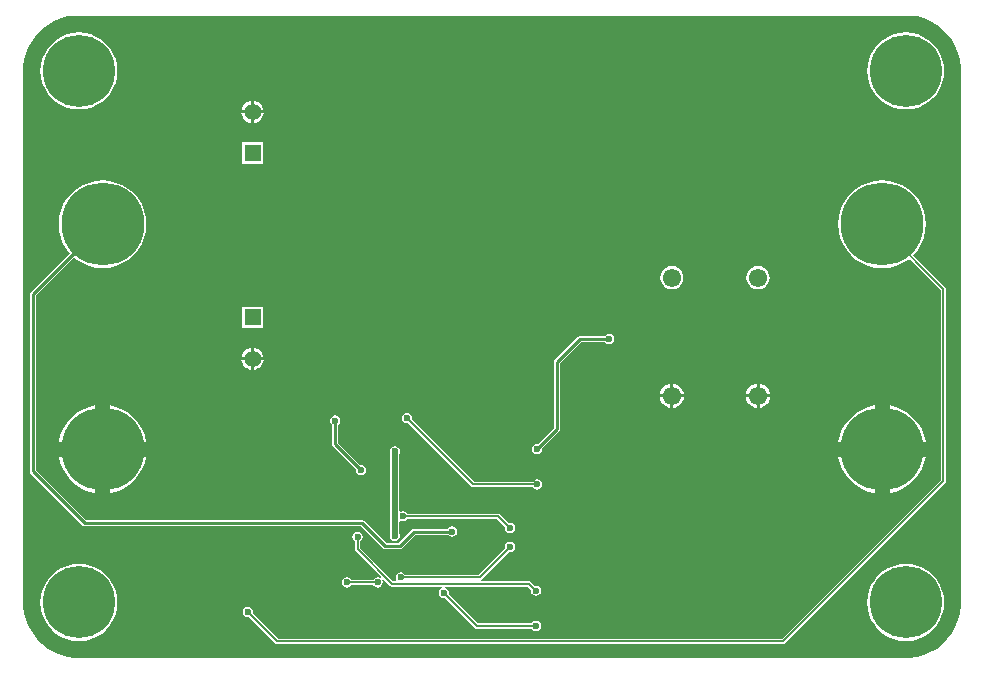
<source format=gbl>
G04*
G04 #@! TF.GenerationSoftware,Altium Limited,Altium Designer,18.1.9 (240)*
G04*
G04 Layer_Physical_Order=2*
G04 Layer_Color=16711680*
%FSLAX25Y25*%
%MOIN*%
G70*
G01*
G75*
%ADD10C,0.00787*%
%ADD14C,0.00984*%
%ADD63C,0.01968*%
%ADD66C,0.24016*%
%ADD67R,0.05512X0.05512*%
%ADD68C,0.05512*%
%ADD69C,0.06102*%
%ADD70C,0.02362*%
%ADD71C,0.01575*%
%ADD72C,0.27559*%
G36*
X298889Y215015D02*
X301229Y214388D01*
X303467Y213461D01*
X305565Y212250D01*
X307487Y210775D01*
X309200Y209062D01*
X310675Y207140D01*
X311886Y205042D01*
X312813Y202804D01*
X313440Y200464D01*
X313756Y198062D01*
Y196850D01*
Y19685D01*
Y18474D01*
X313440Y16072D01*
X312813Y13732D01*
X311886Y11494D01*
X310675Y9396D01*
X309200Y7474D01*
X307487Y5761D01*
X305565Y4286D01*
X303467Y3074D01*
X301229Y2147D01*
X298889Y1520D01*
X296487Y1204D01*
X18474D01*
X16072Y1520D01*
X13732Y2147D01*
X11494Y3074D01*
X9396Y4286D01*
X7474Y5761D01*
X5761Y7474D01*
X4286Y9396D01*
X3074Y11494D01*
X2147Y13732D01*
X1520Y16072D01*
X1204Y18474D01*
Y19685D01*
Y196850D01*
Y198062D01*
X1520Y200464D01*
X2147Y202804D01*
X3074Y205042D01*
X4286Y207140D01*
X5761Y209062D01*
X7474Y210775D01*
X9396Y212250D01*
X11494Y213461D01*
X13732Y214388D01*
X16072Y215015D01*
X18474Y215331D01*
X296487D01*
X298889Y215015D01*
D02*
G37*
%LPC*%
G36*
X295276Y209685D02*
X293268Y209527D01*
X291309Y209057D01*
X289449Y208286D01*
X287732Y207234D01*
X286200Y205926D01*
X284892Y204395D01*
X283840Y202677D01*
X283069Y200817D01*
X282599Y198858D01*
X282441Y196850D01*
X282599Y194843D01*
X283069Y192884D01*
X283840Y191024D01*
X284892Y189306D01*
X286200Y187775D01*
X287732Y186467D01*
X289449Y185415D01*
X291309Y184644D01*
X293268Y184174D01*
X295276Y184016D01*
X297283Y184174D01*
X299242Y184644D01*
X301102Y185415D01*
X302820Y186467D01*
X304351Y187775D01*
X305659Y189306D01*
X306712Y191024D01*
X307482Y192884D01*
X307952Y194843D01*
X308110Y196850D01*
X307952Y198858D01*
X307482Y200817D01*
X306712Y202677D01*
X305659Y204395D01*
X304351Y205926D01*
X302820Y207234D01*
X301102Y208286D01*
X299242Y209057D01*
X297283Y209527D01*
X295276Y209685D01*
D02*
G37*
G36*
X19685D02*
X17677Y209527D01*
X15719Y209057D01*
X13858Y208286D01*
X12141Y207234D01*
X10609Y205926D01*
X9301Y204395D01*
X8249Y202677D01*
X7478Y200817D01*
X7008Y198858D01*
X6850Y196850D01*
X7008Y194843D01*
X7478Y192884D01*
X8249Y191024D01*
X9301Y189306D01*
X10609Y187775D01*
X12141Y186467D01*
X13858Y185415D01*
X15719Y184644D01*
X17677Y184174D01*
X19685Y184016D01*
X21693Y184174D01*
X23651Y184644D01*
X25512Y185415D01*
X27229Y186467D01*
X28761Y187775D01*
X30069Y189306D01*
X31121Y191024D01*
X31892Y192884D01*
X32362Y194843D01*
X32520Y196850D01*
X32362Y198858D01*
X31892Y200817D01*
X31121Y202677D01*
X30069Y204395D01*
X28761Y205926D01*
X27229Y207234D01*
X25512Y208286D01*
X23651Y209057D01*
X21693Y209527D01*
X19685Y209685D01*
D02*
G37*
G36*
X78059Y186990D02*
Y183768D01*
X81282D01*
X81218Y184248D01*
X80840Y185162D01*
X80238Y185947D01*
X79453Y186548D01*
X78540Y186927D01*
X78059Y186990D01*
D02*
G37*
G36*
X77059Y186990D02*
X76579Y186927D01*
X75665Y186548D01*
X74880Y185947D01*
X74278Y185162D01*
X73900Y184248D01*
X73837Y183768D01*
X77059D01*
Y186990D01*
D02*
G37*
G36*
Y182768D02*
X73837D01*
X73900Y182287D01*
X74278Y181374D01*
X74880Y180589D01*
X75665Y179987D01*
X76579Y179609D01*
X77059Y179545D01*
Y182768D01*
D02*
G37*
G36*
X81282D02*
X78059D01*
Y179545D01*
X78540Y179609D01*
X79453Y179987D01*
X80238Y180589D01*
X80840Y181374D01*
X81218Y182287D01*
X81282Y182768D01*
D02*
G37*
G36*
X81102Y173031D02*
X74016D01*
Y165945D01*
X81102D01*
Y173031D01*
D02*
G37*
G36*
X27559Y160380D02*
X25273Y160200D01*
X23044Y159664D01*
X20925Y158787D01*
X18970Y157589D01*
X17227Y156100D01*
X15738Y154356D01*
X14540Y152401D01*
X13662Y150283D01*
X13127Y148054D01*
X12947Y145768D01*
X13127Y143482D01*
X13662Y141252D01*
X14540Y139134D01*
X15738Y137179D01*
X16568Y136207D01*
X3615Y123255D01*
X3396Y122926D01*
X3319Y122539D01*
Y63386D01*
X3396Y62999D01*
X3615Y62670D01*
X20938Y45348D01*
X21266Y45128D01*
X21654Y45051D01*
X113754D01*
X120938Y37867D01*
X121266Y37648D01*
X121653Y37571D01*
X126772D01*
X127159Y37648D01*
X127487Y37867D01*
X131915Y42296D01*
X142749D01*
X142883Y42095D01*
X143439Y41723D01*
X144095Y41593D01*
X144750Y41723D01*
X145307Y42095D01*
X145678Y42651D01*
X145808Y43307D01*
X145678Y43963D01*
X145307Y44519D01*
X144750Y44891D01*
X144095Y45021D01*
X143439Y44891D01*
X142883Y44519D01*
X142749Y44319D01*
X131496D01*
X131109Y44242D01*
X130781Y44022D01*
X126353Y39594D01*
X122073D01*
X114889Y46778D01*
X114560Y46998D01*
X114173Y47074D01*
X22072D01*
X5342Y63805D01*
Y122120D01*
X17998Y134776D01*
X18970Y133946D01*
X20925Y132748D01*
X23044Y131871D01*
X25273Y131336D01*
X27559Y131156D01*
X29845Y131336D01*
X32074Y131871D01*
X34193Y132748D01*
X36148Y133946D01*
X37891Y135435D01*
X39380Y137179D01*
X40578Y139134D01*
X41456Y141252D01*
X41991Y143482D01*
X42171Y145768D01*
X41991Y148054D01*
X41456Y150283D01*
X40578Y152401D01*
X39380Y154356D01*
X37891Y156100D01*
X36148Y157589D01*
X34193Y158787D01*
X32074Y159664D01*
X29845Y160200D01*
X27559Y160380D01*
D02*
G37*
G36*
X246063Y131825D02*
X245061Y131693D01*
X244127Y131306D01*
X243325Y130691D01*
X242710Y129889D01*
X242323Y128955D01*
X242191Y127953D01*
X242323Y126951D01*
X242710Y126017D01*
X243325Y125215D01*
X244127Y124600D01*
X245061Y124213D01*
X246063Y124081D01*
X247065Y124213D01*
X247999Y124600D01*
X248801Y125215D01*
X249416Y126017D01*
X249803Y126951D01*
X249935Y127953D01*
X249803Y128955D01*
X249416Y129889D01*
X248801Y130691D01*
X247999Y131306D01*
X247065Y131693D01*
X246063Y131825D01*
D02*
G37*
G36*
X217323D02*
X216321Y131693D01*
X215387Y131306D01*
X214585Y130691D01*
X213970Y129889D01*
X213583Y128955D01*
X213451Y127953D01*
X213583Y126951D01*
X213970Y126017D01*
X214585Y125215D01*
X215387Y124600D01*
X216321Y124213D01*
X217323Y124081D01*
X218325Y124213D01*
X219259Y124600D01*
X220060Y125215D01*
X220676Y126017D01*
X221063Y126951D01*
X221195Y127953D01*
X221063Y128955D01*
X220676Y129889D01*
X220060Y130691D01*
X219259Y131306D01*
X218325Y131693D01*
X217323Y131825D01*
D02*
G37*
G36*
X81102Y118307D02*
X74016D01*
Y111221D01*
X81102D01*
Y118307D01*
D02*
G37*
G36*
X196457Y109194D02*
X195801Y109064D01*
X195245Y108692D01*
X195111Y108492D01*
X186614D01*
X186227Y108415D01*
X185899Y108196D01*
X178419Y100715D01*
X178199Y100387D01*
X178122Y100000D01*
Y77978D01*
X172677Y72533D01*
X172441Y72580D01*
X171785Y72450D01*
X171229Y72078D01*
X170857Y71522D01*
X170727Y70866D01*
X170857Y70210D01*
X171229Y69654D01*
X171785Y69283D01*
X172441Y69152D01*
X173097Y69283D01*
X173653Y69654D01*
X174024Y70210D01*
X174155Y70866D01*
X174108Y71103D01*
X179849Y76844D01*
X180068Y77172D01*
X180145Y77559D01*
Y99581D01*
X187033Y106469D01*
X195111D01*
X195245Y106268D01*
X195801Y105897D01*
X196457Y105766D01*
X197113Y105897D01*
X197669Y106268D01*
X198040Y106824D01*
X198171Y107480D01*
X198040Y108136D01*
X197669Y108692D01*
X197113Y109064D01*
X196457Y109194D01*
D02*
G37*
G36*
X78059Y104707D02*
Y101484D01*
X81282D01*
X81218Y101965D01*
X80840Y102878D01*
X80238Y103663D01*
X79453Y104265D01*
X78540Y104643D01*
X78059Y104707D01*
D02*
G37*
G36*
X77059D02*
X76579Y104643D01*
X75665Y104265D01*
X74880Y103663D01*
X74278Y102878D01*
X73900Y101965D01*
X73837Y101484D01*
X77059D01*
Y104707D01*
D02*
G37*
G36*
X81282Y100484D02*
X78059D01*
Y97262D01*
X78540Y97325D01*
X79453Y97703D01*
X80238Y98305D01*
X80840Y99090D01*
X81218Y100004D01*
X81282Y100484D01*
D02*
G37*
G36*
X77059D02*
X73837D01*
X73900Y100004D01*
X74278Y99090D01*
X74880Y98305D01*
X75665Y97703D01*
X76579Y97325D01*
X77059Y97262D01*
Y100484D01*
D02*
G37*
G36*
X246563Y92603D02*
Y89083D01*
X250083D01*
X250010Y89640D01*
X249602Y90626D01*
X248952Y91472D01*
X248106Y92121D01*
X247121Y92530D01*
X246563Y92603D01*
D02*
G37*
G36*
X217823D02*
Y89083D01*
X221343D01*
X221270Y89640D01*
X220862Y90626D01*
X220212Y91472D01*
X219366Y92121D01*
X218380Y92530D01*
X217823Y92603D01*
D02*
G37*
G36*
X245563Y92603D02*
X245005Y92530D01*
X244020Y92121D01*
X243174Y91472D01*
X242524Y90626D01*
X242116Y89640D01*
X242043Y89083D01*
X245563D01*
Y92603D01*
D02*
G37*
G36*
X216823D02*
X216265Y92530D01*
X215280Y92121D01*
X214434Y91472D01*
X213784Y90626D01*
X213376Y89640D01*
X213302Y89083D01*
X216823D01*
Y92603D01*
D02*
G37*
G36*
X221343Y88083D02*
X217823D01*
Y84562D01*
X218380Y84636D01*
X219366Y85044D01*
X220212Y85693D01*
X220862Y86540D01*
X221270Y87525D01*
X221343Y88083D01*
D02*
G37*
G36*
X250083D02*
X246563D01*
Y84562D01*
X247121Y84636D01*
X248106Y85044D01*
X248952Y85693D01*
X249602Y86540D01*
X250010Y87525D01*
X250083Y88083D01*
D02*
G37*
G36*
X245563D02*
X242043D01*
X242116Y87525D01*
X242524Y86540D01*
X243174Y85693D01*
X244020Y85044D01*
X245005Y84636D01*
X245563Y84562D01*
Y88083D01*
D02*
G37*
G36*
X216823D02*
X213302D01*
X213376Y87525D01*
X213784Y86540D01*
X214434Y85693D01*
X215280Y85044D01*
X216265Y84636D01*
X216823Y84562D01*
Y88083D01*
D02*
G37*
G36*
X289902Y85367D02*
Y73268D01*
X302001D01*
X301501Y75349D01*
X300611Y77498D01*
X299395Y79482D01*
X297885Y81251D01*
X296116Y82762D01*
X294132Y83977D01*
X291983Y84867D01*
X289902Y85367D01*
D02*
G37*
G36*
X284902D02*
X282820Y84867D01*
X280671Y83977D01*
X278688Y82762D01*
X276919Y81251D01*
X275408Y79482D01*
X274192Y77498D01*
X273302Y75349D01*
X272802Y73268D01*
X284902D01*
Y85367D01*
D02*
G37*
G36*
X30059D02*
Y73268D01*
X42158D01*
X41659Y75349D01*
X40768Y77498D01*
X39553Y79482D01*
X38042Y81251D01*
X36273Y82762D01*
X34290Y83977D01*
X32140Y84867D01*
X30059Y85367D01*
D02*
G37*
G36*
X25059D02*
X22978Y84867D01*
X20829Y83977D01*
X18845Y82762D01*
X17076Y81251D01*
X15565Y79482D01*
X14350Y77498D01*
X13459Y75349D01*
X12960Y73268D01*
X25059D01*
Y85367D01*
D02*
G37*
G36*
X105118Y82029D02*
X104462Y81898D01*
X103906Y81527D01*
X103534Y80971D01*
X103404Y80315D01*
X103534Y79659D01*
X103906Y79103D01*
X104106Y78969D01*
Y72441D01*
X104183Y72054D01*
X104403Y71726D01*
X112112Y64016D01*
X112065Y63779D01*
X112196Y63124D01*
X112567Y62568D01*
X113124Y62196D01*
X113779Y62066D01*
X114436Y62196D01*
X114991Y62568D01*
X115363Y63124D01*
X115494Y63779D01*
X115363Y64435D01*
X114991Y64991D01*
X114436Y65363D01*
X113779Y65494D01*
X113543Y65447D01*
X106130Y72860D01*
Y78969D01*
X106330Y79103D01*
X106702Y79659D01*
X106832Y80315D01*
X106702Y80971D01*
X106330Y81527D01*
X105774Y81898D01*
X105118Y82029D01*
D02*
G37*
G36*
X129134Y82816D02*
X128478Y82686D01*
X127922Y82314D01*
X127550Y81758D01*
X127420Y81102D01*
X127550Y80446D01*
X127922Y79890D01*
X128478Y79519D01*
X129134Y79388D01*
X129489Y79459D01*
X150537Y58411D01*
X150832Y58213D01*
X151181Y58144D01*
X171028D01*
X171229Y57843D01*
X171785Y57472D01*
X172441Y57341D01*
X173097Y57472D01*
X173653Y57843D01*
X174024Y58399D01*
X174155Y59055D01*
X174024Y59711D01*
X173653Y60267D01*
X173097Y60639D01*
X172441Y60769D01*
X171785Y60639D01*
X171229Y60267D01*
X171028Y59966D01*
X151558D01*
X130777Y80748D01*
X130848Y81102D01*
X130717Y81758D01*
X130346Y82314D01*
X129790Y82686D01*
X129134Y82816D01*
D02*
G37*
G36*
X302001Y68268D02*
X289902D01*
Y56168D01*
X291983Y56668D01*
X294132Y57558D01*
X296116Y58774D01*
X297885Y60285D01*
X299395Y62054D01*
X300611Y64037D01*
X301501Y66186D01*
X302001Y68268D01*
D02*
G37*
G36*
X284902D02*
X272802D01*
X273302Y66186D01*
X274192Y64037D01*
X275408Y62054D01*
X276919Y60285D01*
X278688Y58774D01*
X280671Y57558D01*
X282820Y56668D01*
X284902Y56168D01*
Y68268D01*
D02*
G37*
G36*
X42158D02*
X30059D01*
Y56168D01*
X32140Y56668D01*
X34290Y57558D01*
X36273Y58774D01*
X38042Y60285D01*
X39553Y62054D01*
X40768Y64037D01*
X41659Y66186D01*
X42158Y68268D01*
D02*
G37*
G36*
X25059D02*
X12960D01*
X13459Y66186D01*
X14350Y64037D01*
X15565Y62054D01*
X17076Y60285D01*
X18845Y58774D01*
X20829Y57558D01*
X22978Y56668D01*
X25059Y56168D01*
Y68268D01*
D02*
G37*
G36*
X125000Y71793D02*
X124344Y71662D01*
X123788Y71291D01*
X123416Y70735D01*
X123286Y70079D01*
X123416Y69423D01*
X123487Y69318D01*
Y42690D01*
X123416Y42585D01*
X123286Y41929D01*
X123416Y41273D01*
X123788Y40717D01*
X124344Y40346D01*
X125000Y40215D01*
X125656Y40346D01*
X126212Y40717D01*
X126584Y41273D01*
X126714Y41929D01*
X126584Y42585D01*
X126513Y42690D01*
Y46632D01*
X127013Y46900D01*
X127100Y46842D01*
X127756Y46711D01*
X128412Y46842D01*
X128968Y47213D01*
X129169Y47514D01*
X159071D01*
X161742Y44843D01*
X161672Y44488D01*
X161802Y43832D01*
X162174Y43276D01*
X162730Y42905D01*
X163386Y42774D01*
X164042Y42905D01*
X164598Y43276D01*
X164969Y43832D01*
X165100Y44488D01*
X164969Y45144D01*
X164598Y45700D01*
X164042Y46072D01*
X163386Y46202D01*
X163031Y46132D01*
X160093Y49069D01*
X159798Y49267D01*
X159449Y49336D01*
X129169D01*
X128968Y49637D01*
X128412Y50009D01*
X127756Y50139D01*
X127100Y50009D01*
X127013Y49951D01*
X126513Y50218D01*
Y69318D01*
X126584Y69423D01*
X126714Y70079D01*
X126584Y70735D01*
X126212Y71291D01*
X125656Y71662D01*
X125000Y71793D01*
D02*
G37*
G36*
X112598Y43340D02*
X111943Y43210D01*
X111386Y42838D01*
X111015Y42282D01*
X110884Y41626D01*
X111015Y40970D01*
X111386Y40414D01*
X111687Y40213D01*
Y37402D01*
X111757Y37053D01*
X111954Y36757D01*
X120554Y28158D01*
X120235Y27769D01*
X119947Y27962D01*
X119291Y28092D01*
X118635Y27962D01*
X118079Y27590D01*
X117878Y27289D01*
X110468D01*
X110267Y27590D01*
X109711Y27962D01*
X109055Y28092D01*
X108399Y27962D01*
X107843Y27590D01*
X107472Y27034D01*
X107341Y26378D01*
X107472Y25722D01*
X107843Y25166D01*
X108399Y24794D01*
X109055Y24664D01*
X109711Y24794D01*
X110267Y25166D01*
X110468Y25467D01*
X117878D01*
X118079Y25166D01*
X118635Y24794D01*
X119291Y24664D01*
X119947Y24794D01*
X120503Y25166D01*
X120875Y25722D01*
X121005Y26378D01*
X120875Y27034D01*
X120683Y27322D01*
X121071Y27640D01*
X123478Y25234D01*
X123773Y25036D01*
X124122Y24967D01*
X140877D01*
X140927Y24467D01*
X140683Y24418D01*
X140127Y24047D01*
X139755Y23491D01*
X139625Y22835D01*
X139755Y22179D01*
X140127Y21623D01*
X140683Y21251D01*
X141339Y21121D01*
X141693Y21191D01*
X151718Y11167D01*
X152014Y10969D01*
X152362Y10900D01*
X170634D01*
X170835Y10599D01*
X171391Y10227D01*
X172047Y10097D01*
X172703Y10227D01*
X173259Y10599D01*
X173631Y11155D01*
X173761Y11811D01*
X173631Y12467D01*
X173259Y13023D01*
X172703Y13395D01*
X172047Y13525D01*
X171391Y13395D01*
X170835Y13023D01*
X170634Y12722D01*
X152740D01*
X142982Y22480D01*
X143053Y22835D01*
X142922Y23491D01*
X142551Y24047D01*
X141995Y24418D01*
X141751Y24467D01*
X141800Y24967D01*
X169414D01*
X170404Y23977D01*
X170333Y23622D01*
X170464Y22966D01*
X170835Y22410D01*
X171391Y22039D01*
X172047Y21908D01*
X172703Y22039D01*
X173259Y22410D01*
X173631Y22966D01*
X173761Y23622D01*
X173631Y24278D01*
X173259Y24834D01*
X172703Y25206D01*
X172047Y25336D01*
X171692Y25265D01*
X170436Y26522D01*
X170140Y26720D01*
X169791Y26789D01*
X153852D01*
X153716Y27289D01*
X153892Y27407D01*
X163031Y36546D01*
X163386Y36475D01*
X164042Y36605D01*
X164598Y36977D01*
X164969Y37533D01*
X165100Y38189D01*
X164969Y38845D01*
X164598Y39401D01*
X164042Y39772D01*
X163386Y39903D01*
X162730Y39772D01*
X162174Y39401D01*
X161802Y38845D01*
X161672Y38189D01*
X161742Y37834D01*
X152871Y28962D01*
X128382D01*
X128181Y29263D01*
X127624Y29635D01*
X126969Y29765D01*
X126313Y29635D01*
X125757Y29263D01*
X125385Y28707D01*
X125254Y28051D01*
X125385Y27395D01*
X125456Y27289D01*
X125189Y26789D01*
X124499D01*
X113510Y37779D01*
Y40213D01*
X113810Y40414D01*
X114182Y40970D01*
X114312Y41626D01*
X114182Y42282D01*
X113810Y42838D01*
X113254Y43210D01*
X112598Y43340D01*
D02*
G37*
G36*
X287402Y160380D02*
X285116Y160200D01*
X282886Y159664D01*
X280768Y158787D01*
X278813Y157589D01*
X277069Y156100D01*
X275580Y154356D01*
X274382Y152401D01*
X273505Y150283D01*
X272970Y148054D01*
X272790Y145768D01*
X272970Y143482D01*
X273505Y141252D01*
X274382Y139134D01*
X275580Y137179D01*
X277069Y135435D01*
X278813Y133946D01*
X280768Y132748D01*
X282886Y131871D01*
X285116Y131336D01*
X287402Y131156D01*
X289687Y131336D01*
X291917Y131871D01*
X294035Y132748D01*
X295990Y133946D01*
X296455Y134343D01*
X306963Y123835D01*
Y60614D01*
X253953Y7604D01*
X88583Y7604D01*
X86204D01*
X77628Y16181D01*
X77698Y16535D01*
X77568Y17191D01*
X77196Y17747D01*
X76640Y18119D01*
X75984Y18249D01*
X75328Y18119D01*
X74772Y17747D01*
X74401Y17191D01*
X74270Y16535D01*
X74401Y15879D01*
X74772Y15323D01*
X75328Y14952D01*
X75984Y14821D01*
X76339Y14892D01*
X85182Y6049D01*
X85478Y5851D01*
X85827Y5782D01*
X88583D01*
X254331Y5782D01*
X254679Y5851D01*
X254975Y6049D01*
X308518Y59592D01*
X308716Y59887D01*
X308785Y60236D01*
Y124213D01*
X308716Y124561D01*
X308518Y124857D01*
X297829Y135547D01*
X299223Y137179D01*
X300421Y139134D01*
X301298Y141252D01*
X301834Y143482D01*
X302013Y145768D01*
X301834Y148054D01*
X301298Y150283D01*
X300421Y152401D01*
X299223Y154356D01*
X297734Y156100D01*
X295990Y157589D01*
X294035Y158787D01*
X291917Y159664D01*
X289687Y160200D01*
X287402Y160380D01*
D02*
G37*
G36*
X295276Y32520D02*
X293268Y32362D01*
X291309Y31892D01*
X289449Y31121D01*
X287732Y30069D01*
X286200Y28761D01*
X284892Y27229D01*
X283840Y25512D01*
X283069Y23651D01*
X282599Y21693D01*
X282441Y19685D01*
X282599Y17677D01*
X283069Y15719D01*
X283840Y13858D01*
X284892Y12141D01*
X286200Y10609D01*
X287732Y9301D01*
X289449Y8249D01*
X291309Y7478D01*
X293268Y7008D01*
X295276Y6850D01*
X297283Y7008D01*
X299242Y7478D01*
X301102Y8249D01*
X302820Y9301D01*
X304351Y10609D01*
X305659Y12141D01*
X306712Y13858D01*
X307482Y15719D01*
X307952Y17677D01*
X308110Y19685D01*
X307952Y21693D01*
X307482Y23651D01*
X306712Y25512D01*
X305659Y27229D01*
X304351Y28761D01*
X302820Y30069D01*
X301102Y31121D01*
X299242Y31892D01*
X297283Y32362D01*
X295276Y32520D01*
D02*
G37*
G36*
X19685D02*
X17677Y32362D01*
X15719Y31892D01*
X13858Y31121D01*
X12141Y30069D01*
X10609Y28761D01*
X9301Y27229D01*
X8249Y25512D01*
X7478Y23651D01*
X7008Y21693D01*
X6850Y19685D01*
X7008Y17677D01*
X7478Y15719D01*
X8249Y13858D01*
X9301Y12141D01*
X10609Y10609D01*
X12141Y9301D01*
X13858Y8249D01*
X15719Y7478D01*
X17677Y7008D01*
X19685Y6850D01*
X21693Y7008D01*
X23651Y7478D01*
X25512Y8249D01*
X27229Y9301D01*
X28761Y10609D01*
X30069Y12141D01*
X31121Y13858D01*
X31892Y15719D01*
X32362Y17677D01*
X32520Y19685D01*
X32362Y21693D01*
X31892Y23651D01*
X31121Y25512D01*
X30069Y27229D01*
X28761Y28761D01*
X27229Y30069D01*
X25512Y31121D01*
X23651Y31892D01*
X21693Y32362D01*
X19685Y32520D01*
D02*
G37*
%LPD*%
D10*
X286319Y145768D02*
X307874Y124213D01*
Y60236D02*
Y124213D01*
X254331Y6693D02*
X307874Y60236D01*
X88583Y6693D02*
X254331Y6693D01*
X112598Y37402D02*
Y41626D01*
Y37402D02*
X124122Y25878D01*
X169791D01*
X109055Y26378D02*
X119291D01*
X75984Y16535D02*
X85827Y6693D01*
X127756Y48425D02*
X159449D01*
X163386Y44488D01*
X85827Y6693D02*
X88583D01*
X141339Y22835D02*
X152362Y11811D01*
X172047D01*
X169791Y25878D02*
X172047Y23622D01*
X286319Y145768D02*
X287402D01*
X153248Y28051D02*
X163386Y38189D01*
X126969Y28051D02*
X153248D01*
X129134Y81102D02*
X151181Y59055D01*
X172441D01*
D14*
X4331Y122539D02*
X27559Y145768D01*
X4331Y63386D02*
Y122539D01*
X179134Y77559D02*
Y100000D01*
X172441Y70866D02*
X179134Y77559D01*
Y100000D02*
X186614Y107480D01*
X196457D01*
X4331Y63386D02*
X21654Y46063D01*
X114173D01*
X121653Y38583D01*
X105118Y72441D02*
X113779Y63779D01*
X105118Y72441D02*
Y80315D01*
X121653Y38583D02*
X126772D01*
X131496Y43307D01*
X144095D01*
D63*
X125000Y41929D02*
Y70079D01*
D66*
X295276Y196850D02*
D03*
X19685D02*
D03*
Y19685D02*
D03*
X295276D02*
D03*
D67*
X77559Y169488D02*
D03*
Y114764D02*
D03*
D68*
Y183268D02*
D03*
Y100984D02*
D03*
D69*
X246063Y88583D02*
D03*
Y127953D02*
D03*
X217323Y88583D02*
D03*
Y127953D02*
D03*
D70*
X179921Y200394D02*
D03*
X175984D02*
D03*
X172047D02*
D03*
X168110D02*
D03*
X185039Y84646D02*
D03*
X192520D02*
D03*
X188779D02*
D03*
X196457Y107480D02*
D03*
X144095Y43307D02*
D03*
X127756Y48425D02*
D03*
X163386Y44488D02*
D03*
X75984Y16535D02*
D03*
X120079Y74410D02*
D03*
X116142D02*
D03*
X112205D02*
D03*
X108268D02*
D03*
X101969D02*
D03*
X98032D02*
D03*
X90551Y88189D02*
D03*
Y84252D02*
D03*
Y80315D02*
D03*
Y76378D02*
D03*
Y72835D02*
D03*
X94488D02*
D03*
Y88189D02*
D03*
X172047Y23622D02*
D03*
Y11811D02*
D03*
X141339Y22835D02*
D03*
X112598Y41626D02*
D03*
X163386Y38189D02*
D03*
X129134Y81102D02*
D03*
X172441Y59055D02*
D03*
Y70866D02*
D03*
X108268Y63779D02*
D03*
X104331D02*
D03*
X100394Y62992D02*
D03*
X96457D02*
D03*
X88583D02*
D03*
X92520D02*
D03*
X94488Y76378D02*
D03*
Y84252D02*
D03*
Y80315D02*
D03*
X131102Y194488D02*
D03*
X138189D02*
D03*
X134646D02*
D03*
X143701D02*
D03*
X150787D02*
D03*
X147244D02*
D03*
X156299D02*
D03*
X163386D02*
D03*
X159843D02*
D03*
X113779Y63779D02*
D03*
X105118Y80315D02*
D03*
X126969Y28051D02*
D03*
X119291Y26378D02*
D03*
X109055D02*
D03*
X125000Y70079D02*
D03*
Y41929D02*
D03*
D71*
X127559Y34646D02*
D03*
X124016D02*
D03*
X120374D02*
D03*
D72*
X27559Y145768D02*
D03*
X287402D02*
D03*
X27559Y70768D02*
D03*
X287402D02*
D03*
M02*

</source>
